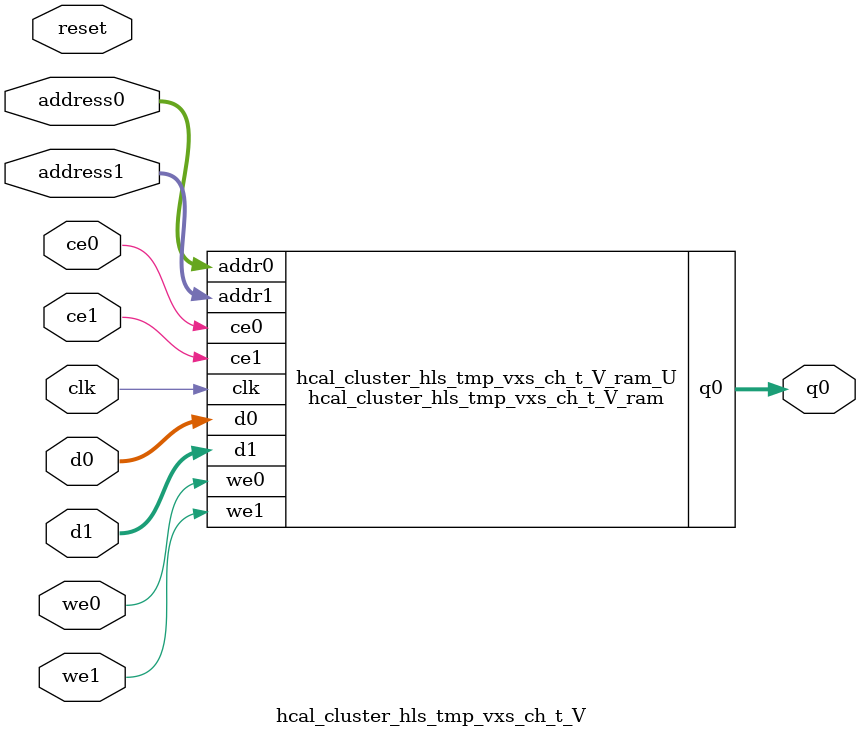
<source format=v>
`timescale 1 ns / 1 ps
module hcal_cluster_hls_tmp_vxs_ch_t_V_ram (addr0, ce0, d0, we0, q0, addr1, ce1, d1, we1,  clk);

parameter DWIDTH = 3;
parameter AWIDTH = 8;
parameter MEM_SIZE = 256;

input[AWIDTH-1:0] addr0;
input ce0;
input[DWIDTH-1:0] d0;
input we0;
output reg[DWIDTH-1:0] q0;
input[AWIDTH-1:0] addr1;
input ce1;
input[DWIDTH-1:0] d1;
input we1;
input clk;

reg [DWIDTH-1:0] ram[0:MEM_SIZE-1];




always @(posedge clk)  
begin 
    if (ce0) begin
        if (we0) 
            ram[addr0] <= d0; 
        q0 <= ram[addr0];
    end
end


always @(posedge clk)  
begin 
    if (ce1) begin
        if (we1) 
            ram[addr1] <= d1; 
    end
end


endmodule

`timescale 1 ns / 1 ps
module hcal_cluster_hls_tmp_vxs_ch_t_V(
    reset,
    clk,
    address0,
    ce0,
    we0,
    d0,
    q0,
    address1,
    ce1,
    we1,
    d1);

parameter DataWidth = 32'd3;
parameter AddressRange = 32'd256;
parameter AddressWidth = 32'd8;
input reset;
input clk;
input[AddressWidth - 1:0] address0;
input ce0;
input we0;
input[DataWidth - 1:0] d0;
output[DataWidth - 1:0] q0;
input[AddressWidth - 1:0] address1;
input ce1;
input we1;
input[DataWidth - 1:0] d1;



hcal_cluster_hls_tmp_vxs_ch_t_V_ram hcal_cluster_hls_tmp_vxs_ch_t_V_ram_U(
    .clk( clk ),
    .addr0( address0 ),
    .ce0( ce0 ),
    .we0( we0 ),
    .d0( d0 ),
    .q0( q0 ),
    .addr1( address1 ),
    .ce1( ce1 ),
    .we1( we1 ),
    .d1( d1 ));

endmodule


</source>
